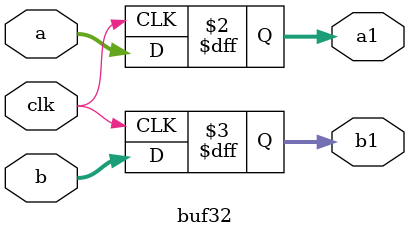
<source format=v>
`timescale 1ns / 1ps
module buf32(
    input [31:0] a,
    input [31:0] b,
    input clk,
    output reg [31:0] a1,
    output reg [31:0] b1
    );

always @(posedge clk) begin
a1<=a;
b1<=b;
end

endmodule

</source>
